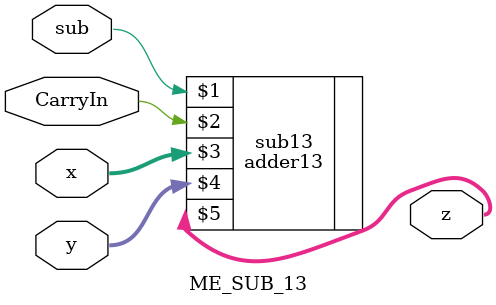
<source format=v>
module ME_SUB_13 ( sub, CarryIn, x, y, z );
   input sub, CarryIn;
   input  [12:0] x, y ;
   output [12:0] z ;
   adder13 sub13 ( sub, CarryIn, x, y, z, ) ;
endmodule
</source>
